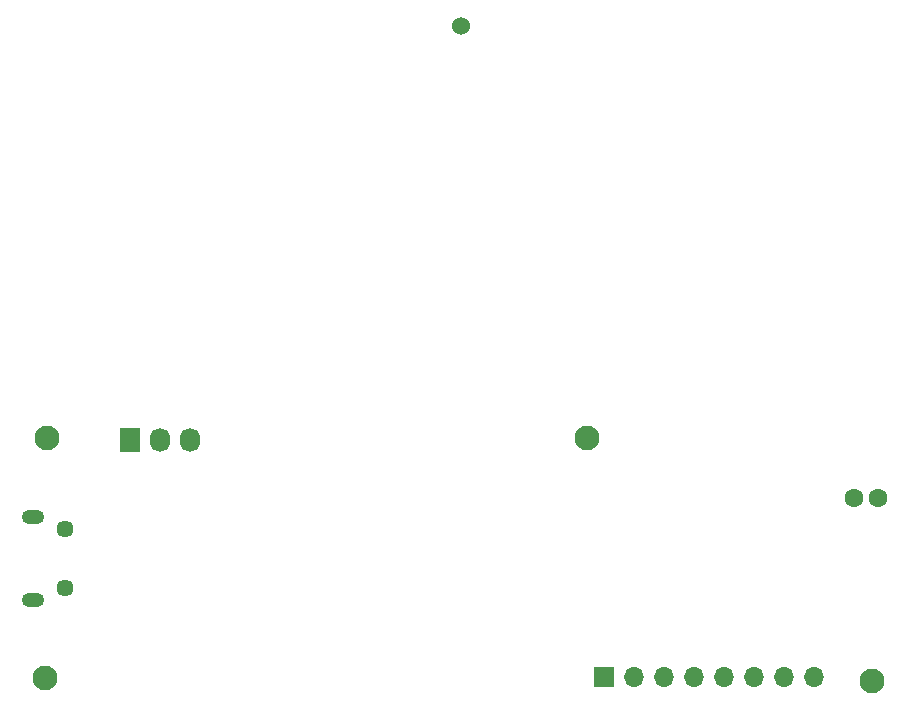
<source format=gbs>
%TF.GenerationSoftware,KiCad,Pcbnew,(6.0.7)*%
%TF.CreationDate,2022-10-30T14:33:08-06:00*%
%TF.ProjectId,attiny_rfid_light,61747469-6e79-45f7-9266-69645f6c6967,rev?*%
%TF.SameCoordinates,Original*%
%TF.FileFunction,Soldermask,Bot*%
%TF.FilePolarity,Negative*%
%FSLAX46Y46*%
G04 Gerber Fmt 4.6, Leading zero omitted, Abs format (unit mm)*
G04 Created by KiCad (PCBNEW (6.0.7)) date 2022-10-30 14:33:08*
%MOMM*%
%LPD*%
G01*
G04 APERTURE LIST*
%ADD10O,1.900000X1.200000*%
%ADD11C,1.450000*%
%ADD12C,2.100000*%
%ADD13R,1.730000X2.030000*%
%ADD14O,1.730000X2.030000*%
%ADD15C,1.524000*%
%ADD16C,1.600000*%
%ADD17R,1.700000X1.700000*%
%ADD18O,1.700000X1.700000*%
G04 APERTURE END LIST*
D10*
X67342500Y-138740000D03*
D11*
X70042500Y-139740000D03*
D10*
X67342500Y-145740000D03*
D11*
X70042500Y-144740000D03*
D12*
X114300000Y-132080000D03*
D13*
X75542400Y-132194400D03*
D14*
X78082400Y-132194400D03*
X80622400Y-132194400D03*
D12*
X68580000Y-132080000D03*
D15*
X103553500Y-97133234D03*
D12*
X138420407Y-152599047D03*
D16*
X136881100Y-137160000D03*
X138881100Y-137160000D03*
D17*
X115658600Y-152313700D03*
D18*
X118198600Y-152313700D03*
X120738600Y-152313700D03*
X123278600Y-152313700D03*
X125818600Y-152313700D03*
X128358600Y-152313700D03*
X130898600Y-152313700D03*
X133438600Y-152313700D03*
D12*
X68400475Y-152358653D03*
M02*

</source>
